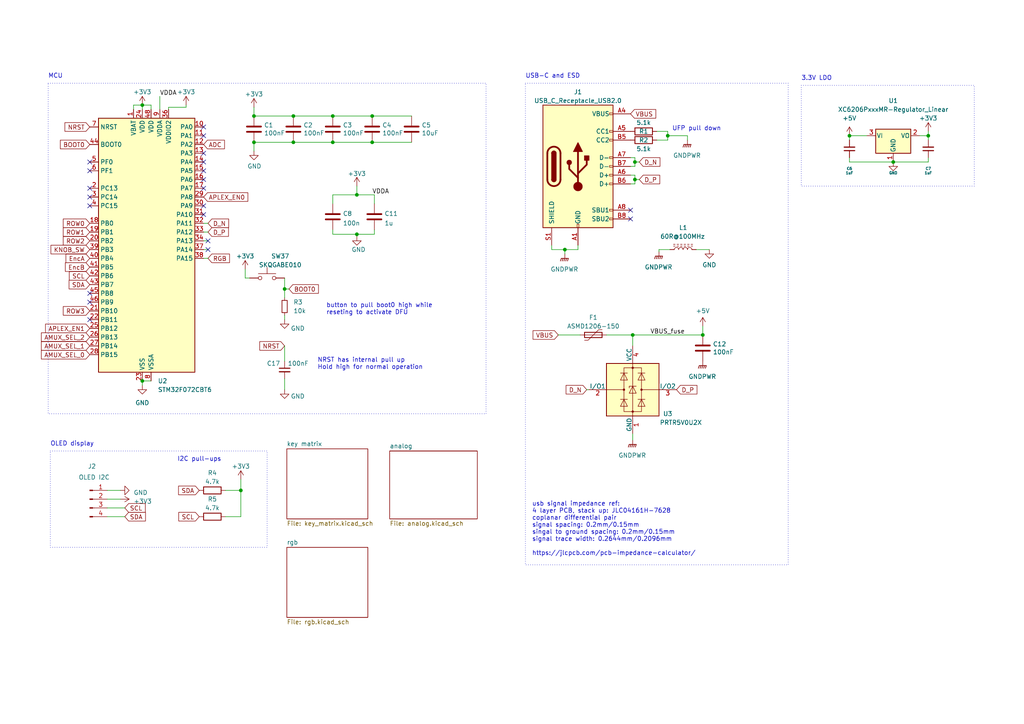
<source format=kicad_sch>
(kicad_sch (version 20230121) (generator eeschema)
  (paper "A4")
  (title_block (title "Le Capybara") (date "2023-07-08") (rev "0.2") (company "sporkus"))
  (lib_symbols
    (symbol "+5V_1" (power) (pin_names (offset 0))
      (property "Value" "+5V_1" (at 0 3.556 0))
      (symbol "+5V_1_0_1"
        (polyline (pts (xy -0.762 1.27) (xy 0 2.54)))
        (polyline (pts (xy 0 0) (xy 0 2.54)))
        (polyline (pts (xy 0 2.54) (xy 0.762 1.27)))
      )
      (symbol "+5V_1_1_1"
        (pin power_in line (at 0 0 90) (length 0) hide (name "+5V") (number "1"))
      )
    )
    (symbol "Connector:Conn_01x04_Pin" (pin_names (offset 1.016) hide)
      (property "Reference" "J" (at 0 5.08 0))
      (property "Value" "Conn_01x04_Pin" (at 0 -7.62 0))
      (symbol "Conn_01x04_Pin_1_1"
        (polyline (pts (xy 1.27 -5.08) (xy 0.8636 -5.08)) (stroke (width 0.1524)))
        (polyline (pts (xy 1.27 -2.54) (xy 0.8636 -2.54)) (stroke (width 0.1524)))
        (polyline (pts (xy 1.27 0) (xy 0.8636 0)) (stroke (width 0.1524)))
        (polyline (pts (xy 1.27 2.54) (xy 0.8636 2.54)) (stroke (width 0.1524)))
        (rectangle (start 0.8636 -4.953) (end 0 -5.207) (stroke (width 0.1524)) (fill (type outline)))
        (rectangle (start 0.8636 -2.413) (end 0 -2.667) (stroke (width 0.1524)) (fill (type outline)))
        (rectangle (start 0.8636 0.127) (end 0 -0.127) (stroke (width 0.1524)) (fill (type outline)))
        (rectangle (start 0.8636 2.667) (end 0 2.413) (stroke (width 0.1524)) (fill (type outline)))
        (pin passive line (at 5.08 2.54 180) (length 3.81) (name "Pin_1") (number "1"))
        (pin passive line (at 5.08 0 180) (length 3.81) (name "Pin_2") (number "2"))
        (pin passive line (at 5.08 -2.54 180) (length 3.81) (name "Pin_3") (number "3"))
        (pin passive line (at 5.08 -5.08 180) (length 3.81) (name "Pin_4") (number "4"))
      )
    )
    (symbol "Connector:USB_C_Receptacle_USB2.0" (pin_names (offset 1.016))
      (property "Reference" "J" (at -10.16 19.05 0))
      (property "Value" "USB_C_Receptacle_USB2.0" (at 19.05 19.05 0))
      (symbol "USB_C_Receptacle_USB2.0_0_0"
        (rectangle (start -0.254 -17.78) (end 0.254 -16.764))
        (rectangle (start 10.16 -14.986) (end 9.144 -15.494))
        (rectangle (start 10.16 -12.446) (end 9.144 -12.954))
        (rectangle (start 10.16 -4.826) (end 9.144 -5.334))
        (rectangle (start 10.16 -2.286) (end 9.144 -2.794))
        (rectangle (start 10.16 0.254) (end 9.144 -0.254))
        (rectangle (start 10.16 2.794) (end 9.144 2.286))
        (rectangle (start 10.16 7.874) (end 9.144 7.366))
        (rectangle (start 10.16 10.414) (end 9.144 9.906))
        (rectangle (start 10.16 15.494) (end 9.144 14.986))
      )
      (symbol "USB_C_Receptacle_USB2.0_0_1"
        (rectangle (start -10.16 17.78) (end 10.16 -17.78) (stroke (width 0.254)) (fill (type background)))
        (arc (start -8.89 -3.81) (mid -6.985 -5.7067) (end -5.08 -3.81) (stroke (width 0.508)))
        (arc (start -7.62 -3.81) (mid -6.985 -4.4423) (end -6.35 -3.81) (stroke (width 0.254)))
        (arc (start -7.62 -3.81) (mid -6.985 -4.4423) (end -6.35 -3.81) (stroke (width 0.254)) (fill (type outline)))
        (rectangle (start -7.62 -3.81) (end -6.35 3.81) (stroke (width 0.254)) (fill (type outline)))
        (arc (start -6.35 3.81) (mid -6.985 4.4423) (end -7.62 3.81) (stroke (width 0.254)))
        (arc (start -6.35 3.81) (mid -6.985 4.4423) (end -7.62 3.81) (stroke (width 0.254)) (fill (type outline)))
        (arc (start -5.08 3.81) (mid -6.985 5.7067) (end -8.89 3.81) (stroke (width 0.508)))
        (circle (center -2.54 1.143) (radius 0.635) (stroke (width 0.254)) (fill (type outline)))
        (circle (center 0 -5.842) (radius 1.27) (fill (type outline)))
        (polyline (pts (xy -8.89 -3.81) (xy -8.89 3.81)) (stroke (width 0.508)))
        (polyline (pts (xy -5.08 3.81) (xy -5.08 -3.81)) (stroke (width 0.508)))
        (polyline (pts (xy 0 -5.842) (xy 0 4.318)) (stroke (width 0.508)))
        (polyline (pts (xy 0 -3.302) (xy -2.54 -0.762) (xy -2.54 0.508)) (stroke (width 0.508)))
        (polyline (pts (xy 0 -2.032) (xy 2.54 0.508) (xy 2.54 1.778)) (stroke (width 0.508)))
        (polyline (pts (xy -1.27 4.318) (xy 0 6.858) (xy 1.27 4.318) (xy -1.27 4.318)) (stroke (width 0.254)) (fill (type outline)))
        (rectangle (start 1.905 1.778) (end 3.175 3.048) (stroke (width 0.254)) (fill (type outline)))
      )
      (symbol "USB_C_Receptacle_USB2.0_1_1"
        (pin passive line (at 0 -22.86 90) (length 5.08) (name "GND") (number "A1"))
        (pin passive line (at 0 -22.86 90) (length 5.08) hide (name "GND") (number "A12"))
        (pin passive line (at 15.24 15.24 180) (length 5.08) (name "VBUS") (number "A4"))
        (pin bidirectional line (at 15.24 10.16 180) (length 5.08) (name "CC1") (number "A5"))
        (pin bidirectional line (at 15.24 -2.54 180) (length 5.08) (name "D+") (number "A6"))
        (pin bidirectional line (at 15.24 2.54 180) (length 5.08) (name "D-") (number "A7"))
        (pin bidirectional line (at 15.24 -12.7 180) (length 5.08) (name "SBU1") (number "A8"))
        (pin passive line (at 15.24 15.24 180) (length 5.08) hide (name "VBUS") (number "A9"))
        (pin passive line (at 0 -22.86 90) (length 5.08) hide (name "GND") (number "B1"))
        (pin passive line (at 0 -22.86 90) (length 5.08) hide (name "GND") (number "B12"))
        (pin passive line (at 15.24 15.24 180) (length 5.08) hide (name "VBUS") (number "B4"))
        (pin bidirectional line (at 15.24 7.62 180) (length 5.08) (name "CC2") (number "B5"))
        (pin bidirectional line (at 15.24 -5.08 180) (length 5.08) (name "D+") (number "B6"))
        (pin bidirectional line (at 15.24 0 180) (length 5.08) (name "D-") (number "B7"))
        (pin bidirectional line (at 15.24 -15.24 180) (length 5.08) (name "SBU2") (number "B8"))
        (pin passive line (at 15.24 15.24 180) (length 5.08) hide (name "VBUS") (number "B9"))
        (pin passive line (at -7.62 -22.86 90) (length 5.08) (name "SHIELD") (number "S1"))
      )
    )
    (symbol "Device:C" (pin_numbers hide) (pin_names (offset 0.254))
      (property "Reference" "C" (at 0.635 2.54 0))
      (property "Value" "C" (at 0.635 -2.54 0))
      (symbol "C_0_1"
        (polyline (pts (xy -2.032 -0.762) (xy 2.032 -0.762)) (stroke (width 0.508)))
        (polyline (pts (xy -2.032 0.762) (xy 2.032 0.762)) (stroke (width 0.508)))
      )
      (symbol "C_1_1"
        (pin passive line (at 0 3.81 270) (length 2.794) (name "~") (number "1"))
        (pin passive line (at 0 -3.81 90) (length 2.794) (name "~") (number "2"))
      )
    )
    (symbol "Device:C_Small" (pin_numbers hide) (pin_names (offset 0.254) hide)
      (property "Reference" "C" (at 0.254 1.778 0))
      (property "Value" "C_Small" (at 0.254 -2.032 0))
      (symbol "C_Small_0_1"
        (polyline (pts (xy -1.524 -0.508) (xy 1.524 -0.508)) (stroke (width 0.3302)))
        (polyline (pts (xy -1.524 0.508) (xy 1.524 0.508)) (stroke (width 0.3048)))
      )
      (symbol "C_Small_1_1"
        (pin passive line (at 0 2.54 270) (length 2.032) (name "~") (number "1"))
        (pin passive line (at 0 -2.54 90) (length 2.032) (name "~") (number "2"))
      )
    )
    (symbol "Device:Polyfuse" (pin_numbers hide) (pin_names (offset 0))
      (property "Reference" "F" (at -2.54 0 90))
      (property "Value" "Polyfuse" (at 2.54 0 90))
      (symbol "Polyfuse_0_1"
        (rectangle (start -0.762 2.54) (end 0.762 -2.54) (stroke (width 0.254)))
        (polyline (pts (xy 0 2.54) (xy 0 -2.54)))
        (polyline (pts (xy -1.524 2.54) (xy -1.524 1.524) (xy 1.524 -1.524) (xy 1.524 -2.54)))
      )
      (symbol "Polyfuse_1_1"
        (pin passive line (at 0 3.81 270) (length 1.27) (name "~") (number "1"))
        (pin passive line (at 0 -3.81 90) (length 1.27) (name "~") (number "2"))
      )
    )
    (symbol "Device:R" (pin_numbers hide) (pin_names (offset 0))
      (property "Reference" "R" (at 2.032 0 90))
      (property "Value" "R" (at 0 0 90))
      (symbol "R_0_1"
        (rectangle (start -1.016 -2.54) (end 1.016 2.54) (stroke (width 0.254)))
      )
      (symbol "R_1_1"
        (pin passive line (at 0 3.81 270) (length 1.27) (name "~") (number "1"))
        (pin passive line (at 0 -3.81 90) (length 1.27) (name "~") (number "2"))
      )
    )
    (symbol "Device:R_Small" (pin_numbers hide) (pin_names (offset 0.254) hide)
      (property "Reference" "R" (at 0.762 0.508 0))
      (property "Value" "R_Small" (at 0.762 -1.016 0))
      (symbol "R_Small_0_1"
        (rectangle (start -0.762 1.778) (end 0.762 -1.778) (stroke (width 0.2032)))
      )
      (symbol "R_Small_1_1"
        (pin passive line (at 0 2.54 270) (length 0.762) (name "~") (number "1"))
        (pin passive line (at 0 -2.54 90) (length 0.762) (name "~") (number "2"))
      )
    )
    (symbol "MCU_ST_STM32F0:STM32F072CBTx"
      (property "Reference" "U" (at -12.7 39.37 0))
      (property "Value" "STM32F072CBTx" (at 10.16 39.37 0))
      (symbol "STM32F072CBTx_0_1"
        (rectangle (start -12.7 -35.56) (end 15.24 38.1) (stroke (width 0.254)) (fill (type background)))
      )
      (symbol "STM32F072CBTx_1_1"
        (pin power_in line (at -2.54 40.64 270) (length 2.54) (name "VBAT") (number "1"))
        (pin bidirectional line (at 17.78 35.56 180) (length 2.54) (name "PA0") (number "10"))
        (pin bidirectional line (at 17.78 33.02 180) (length 2.54) (name "PA1") (number "11"))
        (pin bidirectional line (at 17.78 30.48 180) (length 2.54) (name "PA2") (number "12"))
        (pin bidirectional line (at 17.78 27.94 180) (length 2.54) (name "PA3") (number "13"))
        (pin bidirectional line (at 17.78 25.4 180) (length 2.54) (name "PA4") (number "14"))
        (pin bidirectional line (at 17.78 22.86 180) (length 2.54) (name "PA5") (number "15"))
        (pin bidirectional line (at 17.78 20.32 180) (length 2.54) (name "PA6") (number "16"))
        (pin bidirectional line (at 17.78 17.78 180) (length 2.54) (name "PA7") (number "17"))
        (pin bidirectional line (at -15.24 7.62 0) (length 2.54) (name "PB0") (number "18"))
        (pin bidirectional line (at -15.24 5.08 0) (length 2.54) (name "PB1") (number "19"))
        (pin bidirectional line (at -15.24 17.78 0) (length 2.54) (name "PC13") (number "2"))
        (pin bidirectional line (at -15.24 2.54 0) (length 2.54) (name "PB2") (number "20"))
        (pin bidirectional line (at -15.24 -17.78 0) (length 2.54) (name "PB10") (number "21"))
        (pin bidirectional line (at -15.24 -20.32 0) (length 2.54) (name "PB11") (number "22"))
        (pin power_in line (at 0 -38.1 90) (length 2.54) (name "VSS") (number "23"))
        (pin power_in line (at 0 40.64 270) (length 2.54) (name "VDD") (number "24"))
        (pin bidirectional line (at -15.24 -22.86 0) (length 2.54) (name "PB12") (number "25"))
        (pin bidirectional line (at -15.24 -25.4 0) (length 2.54) (name "PB13") (number "26"))
        (pin bidirectional line (at -15.24 -27.94 0) (length 2.54) (name "PB14") (number "27"))
        (pin bidirectional line (at -15.24 -30.48 0) (length 2.54) (name "PB15") (number "28"))
        (pin bidirectional line (at 17.78 15.24 180) (length 2.54) (name "PA8") (number "29"))
        (pin bidirectional line (at -15.24 15.24 0) (length 2.54) (name "PC14") (number "3"))
        (pin bidirectional line (at 17.78 12.7 180) (length 2.54) (name "PA9") (number "30"))
        (pin bidirectional line (at 17.78 10.16 180) (length 2.54) (name "PA10") (number "31"))
        (pin bidirectional line (at 17.78 7.62 180) (length 2.54) (name "PA11") (number "32"))
        (pin bidirectional line (at 17.78 5.08 180) (length 2.54) (name "PA12") (number "33"))
        (pin bidirectional line (at 17.78 2.54 180) (length 2.54) (name "PA13") (number "34"))
        (pin passive line (at 0 -38.1 90) (length 2.54) hide (name "VSS") (number "35"))
        (pin power_in line (at 7.62 40.64 270) (length 2.54) (name "VDDIO2") (number "36"))
        (pin bidirectional line (at 17.78 0 180) (length 2.54) (name "PA14") (number "37"))
        (pin bidirectional line (at 17.78 -2.54 180) (length 2.54) (name "PA15") (number "38"))
        (pin bidirectional line (at -15.24 0 0) (length 2.54) (name "PB3") (number "39"))
        (pin bidirectional line (at -15.24 12.7 0) (length 2.54) (name "PC15") (number "4"))
        (pin bidirectional line (at -15.24 -2.54 0) (length 2.54) (name "PB4") (number "40"))
        (pin bidirectional line (at -15.24 -5.08 0) (length 2.54) (name "PB5") (number "41"))
        (pin bidirectional line (at -15.24 -7.62 0) (length 2.54) (name "PB6") (number "42"))
        (pin bidirectional line (at -15.24 -10.16 0) (length 2.54) (name "PB7") (number "43"))
        (pin input line (at -15.24 30.48 0) (length 2.54) (name "BOOT0") (number "44"))
        (pin bidirectional line (at -15.24 -12.7 0) (length 2.54) (name "PB8") (number "45"))
        (pin bidirectional line (at -15.24 -15.24 0) (length 2.54) (name "PB9") (number "46"))
        (pin passive line (at 0 -38.1 90) (length 2.54) hide (name "VSS") (number "47"))
        (pin power_in line (at 2.54 40.64 270) (length 2.54) (name "VDD") (number "48"))
        (pin bidirectional line (at -15.24 25.4 0) (length 2.54) (name "PF0") (number "5"))
        (pin bidirectional line (at -15.24 22.86 0) (length 2.54) (name "PF1") (number "6"))
        (pin input line (at -15.24 35.56 0) (length 2.54) (name "NRST") (number "7"))
        (pin power_in line (at 2.54 -38.1 90) (length 2.54) (name "VSSA") (number "8"))
        (pin power_in line (at 5.08 40.64 270) (length 2.54) (name "VDDA") (number "9"))
      )
    )
    (symbol "Power_Protection:PRTR5V0U2X" (pin_names (offset 0))
      (property "Reference" "D" (at 2.794 8.636 0))
      (property "Value" "PRTR5V0U2X" (at 8.128 -9.398 0))
      (symbol "PRTR5V0U2X_0_1"
        (rectangle (start -7.62 -7.62) (end 7.62 7.62) (stroke (width 0.254)) (fill (type background)))
        (circle (center -2.54 0) (radius 0.254) (fill (type outline)))
        (rectangle (start -2.54 6.35) (end 2.54 -6.35))
        (circle (center 0 -6.35) (radius 0.254) (fill (type outline)))
        (polyline (pts (xy -2.54 0) (xy -7.62 0)))
        (polyline (pts (xy -1.524 -2.794) (xy -3.556 -2.794)))
        (polyline (pts (xy -1.524 4.826) (xy -3.556 4.826)))
        (polyline (pts (xy 0 -7.62) (xy 0 7.62)))
        (polyline (pts (xy 1.524 -2.794) (xy 3.556 -2.794)))
        (polyline (pts (xy 1.524 4.826) (xy 3.556 4.826)))
        (polyline (pts (xy 2.54 0) (xy 7.62 0)))
        (polyline (pts (xy 1.016 1.016) (xy -1.016 1.016) (xy -1.016 0.508)))
        (polyline (pts (xy -3.556 -4.826) (xy -1.524 -4.826) (xy -2.54 -2.794) (xy -3.556 -4.826)))
        (polyline (pts (xy -3.556 2.794) (xy -1.524 2.794) (xy -2.54 4.826) (xy -3.556 2.794)))
        (polyline (pts (xy -1.016 -1.016) (xy 1.016 -1.016) (xy 0 1.016) (xy -1.016 -1.016)))
        (polyline (pts (xy 3.556 -4.826) (xy 1.524 -4.826) (xy 2.54 -2.794) (xy 3.556 -4.826)))
        (polyline (pts (xy 3.556 2.794) (xy 1.524 2.794) (xy 2.54 4.826) (xy 3.556 2.794)))
        (circle (center 0 6.35) (radius 0.254) (fill (type outline)))
        (circle (center 2.54 0) (radius 0.254) (fill (type outline)))
      )
      (symbol "PRTR5V0U2X_1_1"
        (pin passive line (at 0 -12.7 90) (length 5.08) (name "GND") (number "1"))
        (pin passive line (at -12.7 0 0) (length 5.08) (name "I/O1") (number "2"))
        (pin passive line (at 12.7 0 180) (length 5.08) (name "I/O2") (number "3"))
        (pin passive line (at 0 12.7 270) (length 5.08) (name "VCC") (number "4"))
      )
    )
    (symbol "Switch:SW_Push" (pin_numbers hide) (pin_names (offset 1.016) hide)
      (property "Reference" "SW" (at 1.27 2.54 0))
      (property "Value" "SW_Push" (at 0 -1.524 0))
      (symbol "SW_Push_0_1"
        (circle (center -2.032 0) (radius 0.508))
        (polyline (pts (xy 0 1.27) (xy 0 3.048)))
        (polyline (pts (xy 2.54 1.27) (xy -2.54 1.27)))
        (circle (center 2.032 0) (radius 0.508))
        (pin passive line (at -5.08 0 0) (length 2.54) (name "1") (number "1"))
        (pin passive line (at 5.08 0 180) (length 2.54) (name "2") (number "2"))
      )
    )
    (symbol "Unified-Daughterboard-rescue:L_Core_Ferrite-Device" (pin_numbers hide) (pin_names (offset 1.016) hide)
      (property "Reference" "L" (at -1.27 0 90))
      (property "Value" "Device_L_Core_Ferrite" (at 2.794 0 90))
      (symbol "L_Core_Ferrite-Device_0_1"
        (arc (start 0 -2.54) (mid 0.6323 -1.905) (end 0 -1.27))
        (arc (start 0 -1.27) (mid 0.6323 -0.635) (end 0 0))
        (polyline (pts (xy 1.016 -2.794) (xy 1.016 -2.286)))
        (polyline (pts (xy 1.016 -1.778) (xy 1.016 -1.27)))
        (polyline (pts (xy 1.016 -0.762) (xy 1.016 -0.254)))
        (polyline (pts (xy 1.016 0.254) (xy 1.016 0.762)))
        (polyline (pts (xy 1.016 1.27) (xy 1.016 1.778)))
        (polyline (pts (xy 1.016 2.286) (xy 1.016 2.794)))
        (polyline (pts (xy 1.524 -2.286) (xy 1.524 -2.794)))
        (polyline (pts (xy 1.524 -1.27) (xy 1.524 -1.778)))
        (polyline (pts (xy 1.524 -0.254) (xy 1.524 -0.762)))
        (polyline (pts (xy 1.524 0.762) (xy 1.524 0.254)))
        (polyline (pts (xy 1.524 1.778) (xy 1.524 1.27)))
        (polyline (pts (xy 1.524 2.794) (xy 1.524 2.286)))
        (arc (start 0 0) (mid 0.6323 0.635) (end 0 1.27))
        (arc (start 0 1.27) (mid 0.6323 1.905) (end 0 2.54))
      )
      (symbol "L_Core_Ferrite-Device_1_1"
        (pin passive line (at 0 3.81 270) (length 1.27) (name "1") (number "1"))
        (pin passive line (at 0 -3.81 90) (length 1.27) (name "2") (number "2"))
      )
    )
    (symbol "kicad-keyboard-parts:XC6206PxxxMR-Regulator_Linear" (pin_names (offset 0.254))
      (property "Reference" "U" (at -3.81 3.175 0))
      (property "Value" "XC6206PxxxMR-Regulator_Linear" (at 0 3.175 0))
      (property "LCSC" "C5446" (at 0 0 0))
      (symbol "XC6206PxxxMR-Regulator_Linear_0_1"
        (rectangle (start -5.08 1.905) (end 5.08 -5.08) (stroke (width 0.254)) (fill (type background)))
      )
      (symbol "XC6206PxxxMR-Regulator_Linear_1_1"
        (pin power_in line (at 0 -7.62 90) (length 2.54) (name "GND") (number "1"))
        (pin power_out line (at 7.62 0 180) (length 2.54) (name "VO") (number "2"))
        (pin power_in line (at -7.62 0 0) (length 2.54) (name "VI") (number "3"))
      )
    )
    (symbol "power:+3.3V" (power) (pin_names (offset 0))
      (property "Value" "+3.3V" (at 0 3.556 0))
      (symbol "+3.3V_0_1"
        (polyline (pts (xy -0.762 1.27) (xy 0 2.54)))
        (polyline (pts (xy 0 0) (xy 0 2.54)))
        (polyline (pts (xy 0 2.54) (xy 0.762 1.27)))
      )
      (symbol "+3.3V_1_1"
        (pin power_in line (at 0 0 90) (length 0) hide (name "+3V3") (number "1"))
      )
    )
    (symbol "power:+3V3" (power) (pin_names (offset 0))
      (property "Value" "+3V3" (at 0 3.556 0))
      (symbol "+3V3_0_1"
        (polyline (pts (xy -0.762 1.27) (xy 0 2.54)))
        (polyline (pts (xy 0 0) (xy 0 2.54)))
        (polyline (pts (xy 0 2.54) (xy 0.762 1.27)))
      )
      (symbol "+3V3_1_1"
        (pin power_in line (at 0 0 90) (length 0) hide (name "+3V3") (number "1"))
      )
    )
    (symbol "power:+5V" (power) (pin_names (offset 0))
      (property "Value" "+5V" (at 0 3.556 0))
      (symbol "+5V_0_1"
        (polyline (pts (xy -0.762 1.27) (xy 0 2.54)))
        (polyline (pts (xy 0 0) (xy 0 2.54)))
        (polyline (pts (xy 0 2.54) (xy 0.762 1.27)))
      )
      (symbol "+5V_1_1"
        (pin power_in line (at 0 0 90) (length 0) hide (name "+5V") (number "1"))
      )
    )
    (symbol "power:GND" (power) (pin_names (offset 0))
      (property "Value" "GND" (at 0 -3.81 0))
      (symbol "GND_0_1"
        (polyline (pts (xy 0 0) (xy 0 -1.27) (xy 1.27 -1.27) (xy 0 -2.54) (xy -1.27 -1.27) (xy 0 -1.27)))
      )
      (symbol "GND_1_1"
        (pin power_in line (at 0 0 270) (length 0) hide (name "GND") (number "1"))
      )
    )
    (symbol "power:GNDPWR" (power) (pin_names (offset 0))
      (property "Value" "GNDPWR" (at 0 -3.302 0))
      (symbol "GNDPWR_0_1"
        (polyline (pts (xy 0 -1.27) (xy 0 0)))
        (polyline (pts (xy -1.016 -1.27) (xy -1.27 -2.032) (xy -1.27 -2.032)) (stroke (width 0.2032)))
        (polyline (pts (xy -0.508 -1.27) (xy -0.762 -2.032) (xy -0.762 -2.032)) (stroke (width 0.2032)))
        (polyline (pts (xy 0 -1.27) (xy -0.254 -2.032) (xy -0.254 -2.032)) (stroke (width 0.2032)))
        (polyline (pts (xy 0.508 -1.27) (xy 0.254 -2.032) (xy 0.254 -2.032)) (stroke (width 0.2032)))
        (polyline (pts (xy 1.016 -1.27) (xy -1.016 -1.27) (xy -1.016 -1.27)) (stroke (width 0.2032)))
        (polyline (pts (xy 1.016 -1.27) (xy 0.762 -2.032) (xy 0.762 -2.032) (xy 0.762 -2.032)) (stroke (width 0.2032)))
      )
      (symbol "GNDPWR_1_1"
        (pin power_in line (at 0 0 270) (length 0) hide (name "GNDPWR") (number "1"))
      )
    )
  )
  (junction (at 163.83 72.39))
  (junction (at 41.275 110.49))
  (junction (at 103.505 56.515))
  (junction (at 107.95 33.655))
  (junction (at 41.275 30.48))
  (junction (at 269.24 39.37))
  (junction (at 85.09 33.655))
  (junction (at 184.15 52.07))
  (junction (at 184.15 46.99))
  (junction (at 193.675 39.37))
  (junction (at 96.52 33.655))
  (junction (at 259.08 46.99) (diameter 0.9144))
  (junction (at 203.835 97.155))
  (junction (at 69.85 142.24))
  (junction (at 183.515 97.155))
  (junction (at 85.09 41.275))
  (junction (at 103.505 67.945))
  (junction (at 73.66 41.275))
  (junction (at 82.55 83.82))
  (junction (at 73.66 33.655))
  (junction (at 96.52 41.275))
  (junction (at 246.38 39.37) (diameter 0.9144))
  (junction (at 107.95 41.275))
  (no_connect (at 59.055 39.37))
  (no_connect (at 59.055 46.99))
  (no_connect (at 26.035 49.53))
  (no_connect (at 59.055 52.07))
  (no_connect (at 26.035 87.63))
  (no_connect (at 59.055 44.45))
  (no_connect (at 26.035 54.61))
  (no_connect (at 59.055 54.61))
  (no_connect (at 59.055 59.69))
  (no_connect (at 26.035 57.15))
  (no_connect (at 59.055 49.53))
  (no_connect (at 60.325 69.85))
  (no_connect (at 59.055 36.83))
  (no_connect (at 182.88 60.96))
  (no_connect (at 26.035 46.99))
  (no_connect (at 26.035 59.69))
  (no_connect (at 60.325 72.39))
  (no_connect (at 26.035 92.71))
  (no_connect (at 26.035 85.09))
  (no_connect (at 59.055 62.23))
  (no_connect (at 182.88 63.5))
  (wire (pts (xy 41.275 111.76) (xy 41.275 110.49)))
  (wire (pts (xy 82.55 91.44) (xy 82.55 92.71)))
  (wire (pts (xy 71.12 80.645) (xy 71.12 78.105)))
  (wire (pts (xy 34.925 142.24) (xy 31.115 142.24)))
  (wire (pts (xy 259.08 46.99) (xy 269.24 46.99)))
  (wire (pts (xy 160.02 72.39) (xy 163.83 72.39)))
  (wire (pts (xy 269.24 38.1) (xy 269.24 39.37)))
  (wire (pts (xy 184.15 45.72) (xy 184.15 46.99)))
  (wire (pts (xy 85.09 33.655) (xy 73.66 33.655)))
  (wire (pts (xy 96.52 41.275) (xy 107.95 41.275)))
  (wire (pts (xy 108.585 66.675) (xy 108.585 67.945)))
  (wire (pts (xy 199.39 39.37) (xy 199.39 40.64)))
  (wire (pts (xy 103.505 67.945) (xy 108.585 67.945)))
  (wire (pts (xy 161.925 97.155) (xy 168.275 97.155)))
  (wire (pts (xy 41.275 30.48) (xy 43.815 30.48)))
  (wire (pts (xy 193.675 39.37) (xy 193.675 38.1)))
  (wire (pts (xy 82.55 80.645) (xy 82.55 83.82)))
  (wire (pts (xy 184.15 50.8) (xy 184.15 52.07)))
  (wire (pts (xy 269.24 39.37) (xy 269.24 40.64)))
  (wire (pts (xy 38.735 30.48) (xy 38.735 31.75)))
  (wire (pts (xy 205.74 72.39) (xy 201.93 72.39)))
  (wire (pts (xy 167.64 72.39) (xy 167.64 71.12)))
  (wire (pts (xy 48.895 31.115) (xy 48.895 31.75)))
  (wire (pts (xy 60.325 67.31) (xy 59.055 67.31)))
  (wire (pts (xy 160.02 71.12) (xy 160.02 72.39)))
  (wire (pts (xy 46.355 27.94) (xy 46.355 31.75)))
  (wire (pts (xy 183.515 125.73) (xy 183.515 127.635)))
  (wire (pts (xy 65.405 149.86) (xy 69.85 149.86)))
  (wire (pts (xy 82.55 83.82) (xy 82.55 86.36)))
  (wire (pts (xy 184.15 53.34) (xy 184.15 52.07)))
  (wire (pts (xy 36.195 147.32) (xy 31.115 147.32)))
  (wire (pts (xy 96.52 66.675) (xy 96.52 67.945)))
  (wire (pts (xy 82.55 113.03) (xy 82.55 109.855)))
  (wire (pts (xy 182.88 48.26) (xy 184.15 48.26)))
  (wire (pts (xy 163.83 72.39) (xy 167.64 72.39)))
  (wire (pts (xy 36.195 149.86) (xy 31.115 149.86)))
  (wire (pts (xy 103.505 67.945) (xy 103.505 68.58)))
  (wire (pts (xy 53.975 30.48) (xy 53.975 31.115)))
  (wire (pts (xy 107.95 41.275) (xy 119.38 41.275)))
  (wire (pts (xy 269.24 45.72) (xy 269.24 46.99)))
  (wire (pts (xy 266.7 39.37) (xy 269.24 39.37)))
  (wire (pts (xy 191.135 72.39) (xy 194.31 72.39)))
  (wire (pts (xy 246.38 39.37) (xy 251.46 39.37)))
  (wire (pts (xy 82.55 100.33) (xy 82.55 104.775)))
  (wire (pts (xy 73.66 43.815) (xy 73.66 41.275)))
  (wire (pts (xy 246.38 39.37) (xy 246.38 40.64)))
  (wire (pts (xy 108.585 56.515) (xy 108.585 59.055)))
  (wire (pts (xy 190.5 38.1) (xy 193.675 38.1)))
  (wire (pts (xy 96.52 33.655) (xy 107.95 33.655)))
  (wire (pts (xy 193.675 39.37) (xy 199.39 39.37)))
  (wire (pts (xy 203.835 94.615) (xy 203.835 97.155)))
  (wire (pts (xy 60.325 64.77) (xy 59.055 64.77)))
  (wire (pts (xy 191.135 73.025) (xy 191.135 72.39)))
  (wire (pts (xy 182.88 50.8) (xy 184.15 50.8)))
  (wire (pts (xy 96.52 59.055) (xy 96.52 56.515)))
  (wire (pts (xy 182.88 53.34) (xy 184.15 53.34)))
  (wire (pts (xy 60.325 72.39) (xy 59.055 72.39)))
  (wire (pts (xy 72.39 80.645) (xy 71.12 80.645)))
  (wire (pts (xy 190.5 40.64) (xy 193.675 40.64)))
  (wire (pts (xy 182.88 45.72) (xy 184.15 45.72)))
  (wire (pts (xy 183.515 97.155) (xy 203.835 97.155)))
  (wire (pts (xy 183.515 97.155) (xy 183.515 100.33)))
  (wire (pts (xy 69.85 142.24) (xy 65.405 142.24)))
  (wire (pts (xy 246.38 45.72) (xy 246.38 46.99)))
  (wire (pts (xy 170.18 113.03) (xy 170.815 113.03)))
  (wire (pts (xy 259.08 46.99) (xy 246.38 46.99)))
  (wire (pts (xy 60.325 69.85) (xy 59.055 69.85)))
  (wire (pts (xy 85.09 41.275) (xy 96.52 41.275)))
  (wire (pts (xy 163.83 73.66) (xy 163.83 72.39)))
  (wire (pts (xy 175.895 97.155) (xy 183.515 97.155)))
  (wire (pts (xy 34.925 144.78) (xy 31.115 144.78)))
  (wire (pts (xy 96.52 56.515) (xy 103.505 56.515)))
  (wire (pts (xy 193.675 40.64) (xy 193.675 39.37)))
  (wire (pts (xy 41.275 110.49) (xy 43.815 110.49)))
  (wire (pts (xy 184.15 46.99) (xy 184.15 48.26)))
  (wire (pts (xy 60.325 74.93) (xy 59.055 74.93)))
  (wire (pts (xy 107.95 33.655) (xy 119.38 33.655)))
  (wire (pts (xy 85.09 33.655) (xy 96.52 33.655)))
  (wire (pts (xy 43.815 30.48) (xy 43.815 31.75)))
  (wire (pts (xy 41.275 30.48) (xy 41.275 31.75)))
  (wire (pts (xy 184.15 52.07) (xy 185.42 52.07)))
  (wire (pts (xy 38.735 30.48) (xy 41.275 30.48)))
  (wire (pts (xy 73.66 31.115) (xy 73.66 33.655)))
  (wire (pts (xy 69.85 139.065) (xy 69.85 142.24)))
  (wire (pts (xy 96.52 67.945) (xy 103.505 67.945)))
  (wire (pts (xy 103.505 53.975) (xy 103.505 56.515)))
  (wire (pts (xy 53.975 31.115) (xy 48.895 31.115)))
  (wire (pts (xy 82.55 83.82) (xy 83.82 83.82)))
  (wire (pts (xy 184.15 46.99) (xy 185.42 46.99)))
  (wire (pts (xy 85.09 41.275) (xy 73.66 41.275)))
  (wire (pts (xy 103.505 56.515) (xy 108.585 56.515)))
  (wire (pts (xy 69.85 149.86) (xy 69.85 142.24)))
  (rectangle (start 232.41 24.765) (end 282.575 53.975) (stroke (width 0) (type dot)))
  (rectangle (start 14.605 130.81) (end 77.47 158.75) (stroke (width 0) (type dot)))
  (rectangle (start 152.4 24.13) (end 228.6 163.83) (stroke (width 0) (type dot)))
  (rectangle (start 13.97 24.13) (end 140.97 120.015) (stroke (width 0) (type dot)))
  (text "button to pull boot0 high while \nreseting to activate DFU" (at 94.615 91.44 0) (effects (font (size 1.27 1.27)) (justify left bottom)))
  (text "I2C pull-ups" (at 51.435 133.985 0) (effects (font (size 1.27 1.27)) (justify left bottom)))
  (text "UFP pull down" (at 194.945 38.1 0) (effects (font (size 1.27 1.27)) (justify left bottom)))
  (text "usb signal impedance ref:\n4 layer PCB, stack up: JLC04161H-7628\ncoplanar differential pair \nsignal spacing: 0.2mm/0.15mm\nsingal to ground spacing: 0.2mm/0.15mm\nsignal trace width: 0.2644mm/0.2096mm\n\nhttps://jlcpcb.com/pcb-impedance-calculator/" (at 154.305 161.29 0) (effects (font (size 1.27 1.27)) (justify left bottom)))
  (text "MCU" (at 13.97 22.86 0) (effects (font (size 1.27 1.27)) (justify left bottom)))
  (text "3.3V LDO" (at 232.41 23.495 0) (effects (font (size 1.27 1.27)) (justify left bottom)))
  (text "USB-C and ESD" (at 152.4 22.86 0) (effects (font (size 1.27 1.27)) (justify left bottom)))
  (text "OLED display" (at 14.605 129.54 0) (effects (font (size 1.27 1.27)) (justify left bottom)))
  (text "NRST has internal pull up\nHold high for normal operation" (at 92.075 107.315 0) (effects (font (size 1.27 1.27)) (justify left bottom)))
  (label "VDDA" (at 46.355 27.94 0))
  (label "VBUS_fuse" (at 188.595 97.155 0))
  (label "VDDA" (at 107.95 56.515 0))
  (global_label "AMUX_SEL_2" (shape input) (at 26.035 97.79 180) (property "Intersheetrefs" "${INTERSHEET_REFS}" (effects hide)))
  (global_label "D_N" (shape input) (at 170.18 113.03 180) (property "Intersheetrefs" "${INTERSHEET_REFS}" (effects hide)))
  (global_label "D_P" (shape input) (at 185.42 52.07 0) (property "Intersheetrefs" "${INTERSHEET_REFS}" (effects hide)))
  (global_label "VBUS" (shape input) (at 161.925 97.155 180) (property "Intersheetrefs" "${INTERSHEET_REFS}" (effects hide)))
  (global_label "AMUX_SEL_1" (shape input) (at 26.035 100.33 180) (property "Intersheetrefs" "${INTERSHEET_REFS}" (effects hide)))
  (global_label "ADC" (shape input) (at 59.055 41.91 0) (property "Intersheetrefs" "${INTERSHEET_REFS}" (effects hide)))
  (global_label "D_P" (shape input) (at 196.215 113.03 0) (property "Intersheetrefs" "${INTERSHEET_REFS}" (effects hide)))
  (global_label "BOOT0" (shape input) (at 83.82 83.82 0) (property "Intersheetrefs" "${INTERSHEET_REFS}" (effects hide)))
  (global_label "SCL" (shape input) (at 36.195 147.32 0) (property "Intersheetrefs" "${INTERSHEET_REFS}" (effects hide)))
  (global_label "ROW2" (shape input) (at 26.035 69.85 180) (property "Intersheetrefs" "${INTERSHEET_REFS}" (effects hide)))
  (global_label "EncB" (shape input) (at 26.035 77.47 180) (property "Intersheetrefs" "${INTERSHEET_REFS}" (effects hide)))
  (global_label "ROW1" (shape input) (at 26.035 67.31 180) (property "Intersheetrefs" "${INTERSHEET_REFS}" (effects hide)))
  (global_label "AMUX_SEL_0" (shape input) (at 26.035 102.87 180) (property "Intersheetrefs" "${INTERSHEET_REFS}" (effects hide)))
  (global_label "EncA" (shape input) (at 26.035 74.93 180) (property "Intersheetrefs" "${INTERSHEET_REFS}" (effects hide)))
  (global_label "SCL" (shape input) (at 26.035 80.01 180) (property "Intersheetrefs" "${INTERSHEET_REFS}" (effects hide)))
  (global_label "APLEX_EN0" (shape input) (at 59.055 57.15 0) (property "Intersheetrefs" "${INTERSHEET_REFS}" (effects hide)))
  (global_label "APLEX_EN1" (shape input) (at 26.035 95.25 180) (property "Intersheetrefs" "${INTERSHEET_REFS}" (effects hide)))
  (global_label "ROW0" (shape input) (at 26.035 64.77 180) (property "Intersheetrefs" "${INTERSHEET_REFS}" (effects hide)))
  (global_label "SDA" (shape input) (at 36.195 149.86 0) (property "Intersheetrefs" "${INTERSHEET_REFS}" (effects hide)))
  (global_label "SCL" (shape input) (at 57.785 149.86 180) (property "Intersheetrefs" "${INTERSHEET_REFS}" (effects hide)))
  (global_label "BOOT0" (shape input) (at 26.035 41.91 180) (property "Intersheetrefs" "${INTERSHEET_REFS}" (effects hide)))
  (global_label "KNOB_SW" (shape input) (at 26.035 72.39 180) (property "Intersheetrefs" "${INTERSHEET_REFS}" (effects hide)))
  (global_label "NRST" (shape input) (at 82.55 100.33 180) (property "Intersheetrefs" "${INTERSHEET_REFS}" (effects hide)))
  (global_label "ROW3" (shape input) (at 26.035 90.17 180) (property "Intersheetrefs" "${INTERSHEET_REFS}" (effects hide)))
  (global_label "D_P" (shape input) (at 60.325 67.31 0) (property "Intersheetrefs" "${INTERSHEET_REFS}" (effects hide)))
  (global_label "VBUS" (shape input) (at 182.88 33.02 0) (property "Intersheetrefs" "${INTERSHEET_REFS}" (effects hide)))
  (global_label "D_N" (shape input) (at 60.325 64.77 0) (property "Intersheetrefs" "${INTERSHEET_REFS}" (effects hide)))
  (global_label "SDA" (shape input) (at 26.035 82.55 180) (property "Intersheetrefs" "${INTERSHEET_REFS}" (effects hide)))
  (global_label "RGB" (shape input) (at 60.325 74.93 0) (property "Intersheetrefs" "${INTERSHEET_REFS}" (effects hide)))
  (global_label "SDA" (shape input) (at 57.785 142.24 180) (property "Intersheetrefs" "${INTERSHEET_REFS}" (effects hide)))
  (global_label "NRST" (shape input) (at 26.035 36.83 180) (property "Intersheetrefs" "${INTERSHEET_REFS}" (effects hide)))
  (global_label "D_N" (shape input) (at 185.42 46.99 0) (property "Intersheetrefs" "${INTERSHEET_REFS}" (effects hide)))
  (symbol (lib_id "power:GNDPWR") (at 199.39 40.64 0) (unit 1)
    (property "Reference" "#PWR07" (effects hide))
    (property "Value" "GNDPWR" (at 199.263 45.085 0))
  )
  (symbol (lib_id "Device:C_Small") (at 246.38 43.18 180) (unit 1)
    (property "Reference" "C6" (at 246.38 48.895 0) (effects (font (size 0.762 0.762))))
    (property "Value" "1uF" (at 246.38 50.165 0) (effects (font (size 0.762 0.762))))
    (property "Footprint" "Capacitor_SMD:C_0402_1005Metric" (effects hide))
    (property "LCSC" "C52923" (effects hide))
  )
  (symbol (lib_id "Unified-Daughterboard-rescue:L_Core_Ferrite-Device") (at 198.12 72.39 90) (unit 1)
    (property "Reference" "L1" (at 199.39 66.04 90) (effects (justify left)))
    (property "Value" "60R@100MHz" (at 204.47 68.58 90) (effects (justify left)))
    (property "Footprint" "Inductor_SMD:L_1206_3216Metric" (effects hide))
    (property "Manufacturer" "MELED Industrial" (effects hide))
    (property "Manufacturer Part No" "MLB3216-600P4A(f)" (effects hide))
    (property "LCSC" "C33600" (effects hide))
    (property "Package" "L1206" (effects hide))
  )
  (symbol (lib_id "power:GND") (at 82.55 92.71 0) (unit 1)
    (property "Reference" "#PWR016" (effects hide))
    (property "Value" "GND" (at 86.36 95.25 0))
  )
  (symbol (lib_id "Device:C_Small") (at 269.24 43.18 180) (unit 1)
    (property "Reference" "C7" (at 269.24 48.895 0) (effects (font (size 0.762 0.762))))
    (property "Value" "1uF" (at 269.24 50.165 0) (effects (font (size 0.762 0.762))))
    (property "Footprint" "Capacitor_SMD:C_0402_1005Metric" (effects hide))
    (property "LCSC" "C52923" (effects hide))
  )
  (symbol (lib_id "Connector:USB_C_Receptacle_USB2.0") (at 167.64 48.26 0) (unit 1)
    (property "Reference" "J1" (at 167.64 26.67 0))
    (property "Value" "USB_C_Receptacle_USB2.0" (at 167.64 29.21 0))
    (property "Footprint" "Connector_USB:USB_C_Receptacle_HRO_TYPE-C-31-M-12" (effects hide))
    (property "Datasheet" "https://www.usb.org/sites/default/files/documents/usb_type-c.zip" (effects hide))
    (property "JlcRotOffset" "180" (effects hide))
    (property "JlcPosOffset" "0,1.5" (effects hide))
  )
  (symbol (lib_id "power:+3V3") (at 53.975 30.48 0) (unit 1)
    (property "Reference" "#PWR03" (effects hide))
    (property "Value" "+3V3" (at 53.975 26.67 0))
  )
  (symbol (lib_id "Power_Protection:PRTR5V0U2X") (at 183.515 113.03 0) (unit 1)
    (property "Reference" "U3" (at 193.675 120.015 0))
    (property "Value" "PRTR5V0U2X" (at 197.485 122.555 0))
    (property "Footprint" "Package_TO_SOT_SMD:SOT-143" (effects hide))
    (property "Datasheet" "https://assets.nexperia.com/documents/data-sheet/PRTR5V0U2X.pdf" (effects hide))
    (property "LCSC" "C2827688" (effects hide))
    (property "JlcRotOffset" "90" (effects hide))
  )
  (symbol (lib_id "Device:C") (at 96.52 62.865 0) (unit 1)
    (property "Reference" "C8" (at 99.441 61.9565 0) (effects (justify left)))
    (property "Value" "100n" (at 99.441 64.7316 0) (effects (justify left)))
    (property "Footprint" "Capacitor_SMD:C_0402_1005Metric" (effects hide))
  )
  (symbol (lib_id "Device:R") (at 61.595 149.86 90) (unit 1)
    (property "Reference" "R5" (at 61.595 144.78 90))
    (property "Value" "4.7k" (at 61.595 147.32 90))
    (property "Footprint" "Resistor_SMD:R_0402_1005Metric" (effects hide))
  )
  (symbol (lib_id "MCU_ST_STM32F0:STM32F072CBTx") (at 41.275 72.39 0) (unit 1)
    (property "Reference" "U2" (at 45.7709 110.49 0) (effects (justify left)))
    (property "Value" "STM32F072CBT6" (at 45.7709 113.03 0) (effects (justify left)))
    (property "Footprint" "Package_QFP:LQFP-48_7x7mm_P0.5mm" (effects hide))
    (property "Datasheet" "https://www.st.com/resource/en/datasheet/stm32f072cb.pdf" (effects hide))
    (property "JlcRotOffset" "90" (effects hide))
  )
  (symbol (lib_id "power:GNDPWR") (at 203.835 104.775 0) (unit 1)
    (property "Reference" "#PWR018" (effects hide))
    (property "Value" "GNDPWR" (at 203.708 109.22 0))
  )
  (symbol (lib_id "power:+3V3") (at 69.85 139.065 0) (unit 1)
    (property "Reference" "#PWR038" (effects hide))
    (property "Value" "+3V3" (at 69.85 135.255 0))
  )
  (symbol (lib_id "power:GND") (at 41.275 111.76 0) (unit 1)
    (property "Reference" "#PWR021" (effects hide))
    (property "Value" "GND" (at 41.275 116.84 0))
  )
  (symbol (lib_id "power:+3V3") (at 34.925 144.78 270) (unit 1)
    (property "Reference" "#PWR040" (effects hide))
    (property "Value" "+3V3" (at 38.735 145.415 90) (effects (justify left)))
  )
  (symbol (lib_id "Device:C") (at 107.95 37.465 0) (unit 1)
    (property "Reference" "C4" (at 110.871 36.2966 0) (effects (justify left)))
    (property "Value" "100nF" (at 110.871 38.608 0) (effects (justify left)))
    (property "Footprint" "Capacitor_SMD:C_0402_1005Metric" (effects hide))
    (property "LCSC" "C307331" (effects hide))
  )
  (symbol (lib_id "power:GNDPWR") (at 191.135 73.025 0) (unit 1)
    (property "Reference" "#PWR013" (effects hide))
    (property "Value" "GNDPWR" (at 191.008 77.47 0))
  )
  (symbol (lib_id "power:GND") (at 82.55 113.03 0) (mirror y) (unit 1)
    (property "Reference" "#PWR022" (effects hide))
    (property "Value" "GND" (at 86.36 114.935 0))
  )
  (symbol (lib_id "kicad-keyboard-parts:XC6206PxxxMR-Regulator_Linear") (at 259.08 39.37 0) (unit 1)
    (property "Reference" "U1" (at 259.08 29.21 0))
    (property "Value" "XC6206PxxxMR-Regulator_Linear" (at 259.08 31.75 0))
    (property "Footprint" "Package_TO_SOT_SMD:SOT-23" (effects hide))
    (property "Datasheet" "https://www.torexsemi.com/file/xc6206/XC6206.pdf" (effects hide))
    (property "LCSC" "C5446" (effects hide))
  )
  (symbol (lib_id "power:GND") (at 103.505 68.58 0) (unit 1)
    (property "Reference" "#PWR011" (effects hide))
    (property "Value" "GND" (at 106.045 72.39 0) (effects (justify right)))
  )
  (symbol (lib_id "power:GND") (at 73.66 43.815 0) (unit 1)
    (property "Reference" "#PWR08" (effects hide))
    (property "Value" "GND" (at 73.787 48.2092 0))
  )
  (symbol (lib_id "power:+3V3") (at 73.66 31.115 0) (unit 1)
    (property "Reference" "#PWR04" (effects hide))
    (property "Value" "+3V3" (at 73.66 27.305 0))
  )
  (symbol (lib_id "power:+3V3") (at 41.275 30.48 0) (unit 1)
    (property "Reference" "#PWR01" (effects hide))
    (property "Value" "+3V3" (at 41.275 26.67 0))
  )
  (symbol (lib_id "Device:R") (at 186.69 40.64 270) (mirror x) (unit 1)
    (property "Reference" "R2" (at 186.69 40.64 90))
    (property "Value" "5.1k" (at 186.69 43.18 90))
    (property "Footprint" "Resistor_SMD:R_0402_1005Metric" (effects hide))
  )
  (symbol (lib_id "power:GNDPWR") (at 183.515 127.635 0) (unit 1)
    (property "Reference" "#PWR023" (effects hide))
    (property "Value" "GNDPWR" (at 183.388 132.08 0))
  )
  (symbol (lib_id "power:+3V3") (at 71.12 78.105 0) (mirror y) (unit 1)
    (property "Reference" "#PWR015" (effects hide))
    (property "Value" "+3V3" (at 71.12 74.295 0))
  )
  (symbol (lib_id "Device:C") (at 96.52 37.465 0) (unit 1)
    (property "Reference" "C3" (at 99.441 36.2966 0) (effects (justify left)))
    (property "Value" "100nF" (at 99.441 38.608 0) (effects (justify left)))
    (property "Footprint" "Capacitor_SMD:C_0402_1005Metric" (effects hide))
    (property "LCSC" "C307331" (effects hide))
  )
  (symbol (lib_id "power:+3V3") (at 269.24 38.1 0) (unit 1)
    (property "Reference" "#PWR05" (effects hide))
    (property "Value" "+3V3" (at 269.24 34.29 0))
  )
  (symbol (lib_id "Device:C") (at 108.585 62.865 0) (unit 1)
    (property "Reference" "C11" (at 111.506 61.9565 0) (effects (justify left)))
    (property "Value" "1u" (at 111.506 64.7316 0) (effects (justify left)))
    (property "Footprint" "Capacitor_SMD:C_0402_1005Metric" (effects hide))
  )
  (symbol (lib_id "Device:C") (at 73.66 37.465 0) (unit 1)
    (property "Reference" "C1" (at 76.581 36.2966 0) (effects (justify left)))
    (property "Value" "100nF" (at 76.581 38.608 0) (effects (justify left)))
    (property "Footprint" "Capacitor_SMD:C_0402_1005Metric" (effects hide))
    (property "LCSC" "C307331" (effects hide))
  )
  (symbol (lib_id "power:+5V") (at 246.38 39.37 0) (unit 1)
    (property "Reference" "#PWR06" (effects hide))
    (property "Value" "+5V" (at 246.38 34.29 0))
  )
  (symbol (lib_id "Device:C") (at 119.38 37.465 0) (unit 1)
    (property "Reference" "C5" (at 122.301 36.2966 0) (effects (justify left)))
    (property "Value" "10uF" (at 122.301 38.608 0) (effects (justify left)))
    (property "Footprint" "Capacitor_SMD:C_0603_1608Metric" (effects hide))
  )
  (symbol (lib_id "Device:C") (at 85.09 37.465 0) (unit 1)
    (property "Reference" "C2" (at 88.011 36.2966 0) (effects (justify left)))
    (property "Value" "100nF" (at 88.011 38.608 0) (effects (justify left)))
    (property "Footprint" "Capacitor_SMD:C_0402_1005Metric" (effects hide))
    (property "LCSC" "C307331" (effects hide))
  )
  (symbol (lib_name "+5V_1") (lib_id "power:+5V") (at 203.835 94.615 0) (unit 1)
    (property "Reference" "#PWR017" (effects hide))
    (property "Value" "+5V" (at 203.835 90.17 0))
  )
  (symbol (lib_id "Device:Polyfuse") (at 172.085 97.155 90) (unit 1)
    (property "Reference" "F1" (at 172.085 92.075 90))
    (property "Value" "ASMD1206-150" (at 172.085 94.615 90))
    (property "Footprint" "Fuse:Fuse_1206_3216Metric" (effects hide))
    (property "LCSC" "C135341" (effects hide))
  )
  (symbol (lib_id "Connector:Conn_01x04_Pin") (at 26.035 144.78 0) (unit 1) (in_bom no)
    (property "Reference" "J2" (at 26.67 135.255 0))
    (property "Value" "OLED I2C" (at 27.305 138.43 0))
    (property "Footprint" "Connector_PinHeader_2.54mm:PinHeader_1x04_P2.54mm_Vertical" (effects hide))
  )
  (symbol (lib_id "Device:R") (at 186.69 38.1 270) (unit 1)
    (property "Reference" "R1" (at 186.69 38.1 90))
    (property "Value" "5.1k" (at 186.69 35.56 90))
    (property "Footprint" "Resistor_SMD:R_0402_1005Metric" (effects hide))
  )
  (symbol (lib_id "power:GND") (at 205.74 72.39 0) (unit 1)
    (property "Reference" "#PWR012" (effects hide))
    (property "Value" "GND" (at 205.74 76.835 0))
  )
  (symbol (lib_id "Device:R_Small") (at 82.55 88.9 0) (unit 1)
    (property "Reference" "R3" (at 85.09 87.6299 0) (effects (justify left)))
    (property "Value" "10k" (at 85.09 90.1699 0) (effects (justify left)))
    (property "Footprint" "Resistor_SMD:R_0402_1005Metric" (effects hide))
  )
  (symbol (lib_id "Device:C") (at 203.835 100.965 0) (unit 1)
    (property "Reference" "C12" (at 206.756 99.7966 0) (effects (justify left)))
    (property "Value" "100nF" (at 206.756 102.108 0) (effects (justify left)))
    (property "Footprint" "Capacitor_SMD:C_0402_1005Metric" (effects hide))
    (property "LCSC" "C307331" (effects hide))
  )
  (symbol (lib_id "Device:R") (at 61.595 142.24 90) (unit 1)
    (property "Reference" "R4" (at 61.595 137.16 90))
    (property "Value" "4.7k" (at 61.595 139.7 90))
    (property "Footprint" "Resistor_SMD:R_0402_1005Metric" (effects hide))
  )
  (symbol (lib_id "power:+3.3V") (at 103.505 53.975 0) (unit 1)
    (property "Reference" "#PWR010" (effects hide))
    (property "Value" "+3.3V" (at 103.505 50.3705 0))
  )
  (symbol (lib_id "Device:C_Small") (at 82.55 107.315 0) (mirror y) (unit 1)
    (property "Reference" "C17" (at 81.28 105.41 0) (effects (justify left)))
    (property "Value" "100nF" (at 89.535 105.41 0) (effects (justify left)))
    (property "Footprint" "Capacitor_SMD:C_0402_1005Metric" (effects hide))
    (property "LCSC" "C307331" (effects hide))
  )
  (symbol (lib_id "Switch:SW_Push") (at 77.47 80.645 0) (unit 1)
    (property "Reference" "SW37" (at 81.28 74.295 0))
    (property "Value" "SKQGABE010" (at 81.28 76.835 0))
    (property "Footprint" "modified_footrprints:SW_SPST_SKQG_WithoutStem" (effects hide))
    (property "LCSC" "C115351" (effects hide))
  )
  (symbol (lib_id "power:GNDPWR") (at 163.83 73.66 0) (unit 1)
    (property "Reference" "#PWR014" (effects hide))
    (property "Value" "GNDPWR" (at 163.703 78.105 0))
  )
  (symbol (lib_id "power:GND") (at 34.925 142.24 90) (unit 1)
    (property "Reference" "#PWR039" (effects hide))
    (property "Value" "GND" (at 38.735 142.875 90) (effects (justify right)))
  )
  (symbol (lib_id "power:GND") (at 259.08 46.99 0) (unit 1)
    (property "Reference" "#PWR09" (effects hide))
    (property "Value" "GND" (at 259.08 50.165 0) (effects (font (size 0.762 0.762))))
  )
  (sheet (at 113.03 130.81) (size 25.4 19.685) (stroke (width 0.1524))
    (property "Sheetname" "analog" (at 113.03 130.0984 0) (effects (justify left bottom)))
    (property "Sheetfile" "analog.kicad_sch" (at 113.03 151.0796 0) (effects (justify left top)))
  )
  (sheet (at 83.185 130.175) (size 23.495 20.32) (stroke (width 0.1524))
    (property "Sheetname" "key matrix" (at 83.185 129.4634 0) (effects (justify left bottom)))
    (property "Sheetfile" "key_matrix.kicad_sch" (at 83.185 151.0796 0) (effects (justify left top)))
  )
  (sheet (at 83.185 158.75) (size 23.495 20.32) (stroke (width 0.1524))
    (property "Sheetname" "rgb" (at 83.185 158.0384 0) (effects (justify left bottom)))
    (property "Sheetfile" "rgb.kicad_sch" (at 83.185 179.6546 0) (effects (justify left top)))
  )
)
</source>
